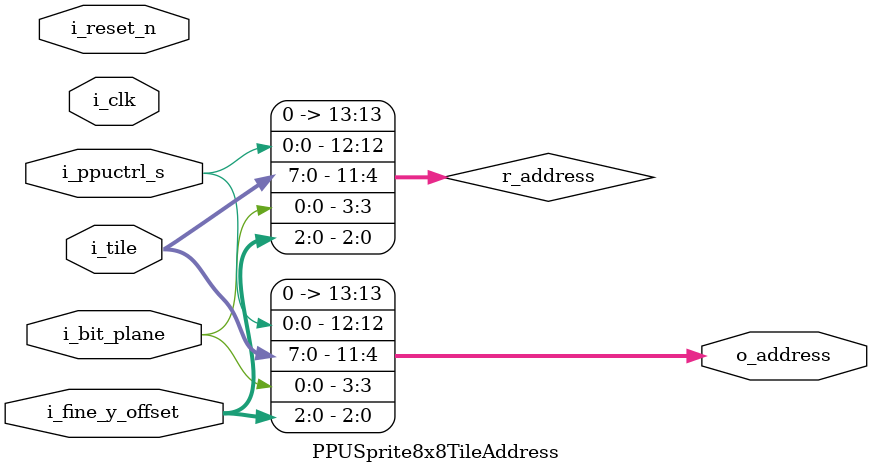
<source format=v>
module PPUSprite8x8TileAddress(
    /* verilator lint_off UNUSED */
    input i_clk,
    input i_reset_n,
    /* verilator lint_on UNUSED */

    input [2:0] i_fine_y_offset,          // row number within the 8x8 tile
    input i_bit_plane,
    input [7:0] i_tile,
    input i_ppuctrl_s,
    
    output [13:0] o_address
);

reg [13:0] r_address;

always @(*)
begin
    // based on: https://www.nesdev.org/wiki/PPU_pattern_tables
    r_address = { 1'b0, i_ppuctrl_s, i_tile, i_bit_plane, i_fine_y_offset};
end

assign o_address = r_address;

endmodule

</source>
